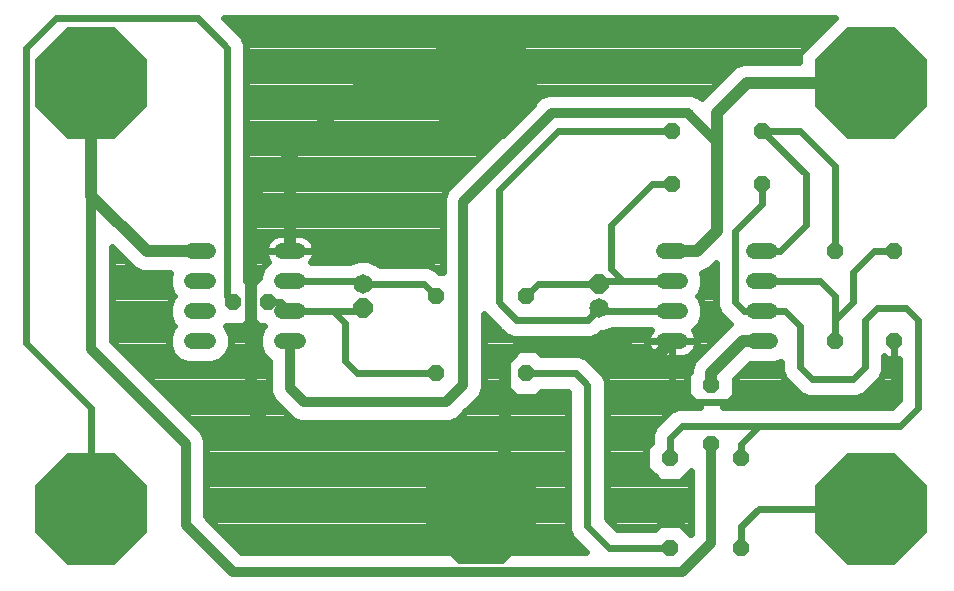
<source format=gbr>
G75*
%MOIN*%
%OFA0B0*%
%FSLAX25Y25*%
%IPPOS*%
%LPD*%
%AMOC8*
5,1,8,0,0,1.08239X$1,22.5*
%
%ADD10OC8,0.06496*%
%ADD11C,0.06496*%
%ADD12C,0.05200*%
%ADD13OC8,0.05600*%
%ADD14OC8,0.37402*%
%ADD15C,0.04000*%
%ADD16C,0.03200*%
%ADD17C,0.02400*%
%ADD18OC8,0.36614*%
D10*
X0124247Y0100562D03*
X0202987Y0108562D03*
D11*
X0202987Y0100562D03*
X0124247Y0108562D03*
D12*
X0102477Y0109562D02*
X0097277Y0109562D01*
X0097277Y0119562D02*
X0102477Y0119562D01*
X0102477Y0099562D02*
X0097277Y0099562D01*
X0097277Y0089562D02*
X0102477Y0089562D01*
X0072477Y0089562D02*
X0067277Y0089562D01*
X0067277Y0099562D02*
X0072477Y0099562D01*
X0072477Y0109562D02*
X0067277Y0109562D01*
X0067277Y0119562D02*
X0072477Y0119562D01*
X0224757Y0119562D02*
X0229957Y0119562D01*
X0229957Y0109562D02*
X0224757Y0109562D01*
X0224757Y0099562D02*
X0229957Y0099562D01*
X0229957Y0089562D02*
X0224757Y0089562D01*
X0254757Y0089562D02*
X0259957Y0089562D01*
X0259957Y0099562D02*
X0254757Y0099562D01*
X0254757Y0109562D02*
X0259957Y0109562D01*
X0259957Y0119562D02*
X0254757Y0119562D01*
D13*
X0281728Y0119562D03*
X0301413Y0119562D03*
X0257357Y0141964D03*
X0257357Y0159680D03*
X0227357Y0159680D03*
X0227357Y0141964D03*
X0178617Y0104562D03*
X0148617Y0104562D03*
X0148617Y0078972D03*
X0178617Y0078972D03*
X0226609Y0050665D03*
X0240389Y0055350D03*
X0250231Y0050665D03*
X0240389Y0075035D03*
X0281728Y0089562D03*
X0301413Y0089562D03*
X0250231Y0020665D03*
X0226609Y0020665D03*
X0092751Y0102594D03*
X0080940Y0102594D03*
D14*
X0033696Y0033696D03*
X0033696Y0175428D03*
X0163617Y0175428D03*
X0293539Y0175428D03*
X0293539Y0033696D03*
D15*
X0240389Y0075035D02*
X0240389Y0078972D01*
X0250980Y0089562D01*
X0257357Y0089562D01*
X0227357Y0089562D02*
X0222672Y0084877D01*
X0214798Y0084877D01*
X0210861Y0088814D01*
X0177397Y0088814D01*
X0171491Y0082909D01*
X0171491Y0053381D01*
X0165586Y0059287D01*
X0094720Y0059287D01*
X0086846Y0067161D01*
X0086846Y0138027D01*
X0098657Y0149838D01*
X0099877Y0148617D01*
X0099877Y0119562D01*
X0069877Y0119562D02*
X0052161Y0119562D01*
X0033696Y0138027D01*
X0033696Y0175428D01*
X0098657Y0149838D02*
X0124247Y0175428D01*
X0163617Y0175428D01*
X0242357Y0165586D02*
X0242357Y0155743D01*
X0242357Y0126216D01*
X0235704Y0119562D01*
X0227357Y0119562D01*
X0242357Y0165586D02*
X0252200Y0175428D01*
X0293539Y0175428D01*
X0171491Y0053381D02*
X0171491Y0041570D01*
X0163617Y0033696D01*
D16*
X0151806Y0069129D02*
X0157712Y0075035D01*
X0157712Y0136058D01*
X0187239Y0165586D01*
X0232515Y0165586D01*
X0242357Y0155743D01*
X0151806Y0069129D02*
X0104562Y0069129D01*
X0099877Y0073814D01*
X0099877Y0089562D01*
X0065192Y0055350D02*
X0033696Y0086846D01*
X0033696Y0138027D01*
X0065192Y0055350D02*
X0065192Y0028283D01*
X0080940Y0012535D01*
X0230546Y0012535D01*
X0240389Y0022377D01*
X0240389Y0055350D01*
D17*
X0250231Y0055350D02*
X0250231Y0050665D01*
X0250231Y0055350D02*
X0256137Y0061255D01*
X0230546Y0061255D01*
X0226609Y0057318D01*
X0226609Y0050665D01*
X0218609Y0051709D02*
X0205450Y0051709D01*
X0205450Y0054107D02*
X0218738Y0054107D01*
X0218609Y0053978D02*
X0220209Y0055578D01*
X0220209Y0058591D01*
X0221184Y0060943D01*
X0225121Y0064880D01*
X0226921Y0066681D01*
X0229273Y0067655D01*
X0236455Y0067655D01*
X0232389Y0071721D01*
X0232389Y0078348D01*
X0233189Y0079148D01*
X0233189Y0080404D01*
X0234285Y0083050D01*
X0246520Y0095285D01*
X0245869Y0095937D01*
X0242837Y0098968D01*
X0241863Y0101321D01*
X0241863Y0115539D01*
X0241808Y0115484D01*
X0239782Y0113458D01*
X0237225Y0112399D01*
X0237757Y0111114D01*
X0237757Y0108011D01*
X0236570Y0105144D01*
X0235988Y0104562D01*
X0236570Y0103981D01*
X0237757Y0101114D01*
X0237757Y0098011D01*
X0236570Y0095144D01*
X0234544Y0093117D01*
X0234918Y0092602D01*
X0235333Y0091789D01*
X0235615Y0090920D01*
X0235757Y0090019D01*
X0235757Y0089562D01*
X0235757Y0089106D01*
X0235615Y0088204D01*
X0235333Y0087336D01*
X0234918Y0086522D01*
X0234381Y0085784D01*
X0233736Y0085138D01*
X0232997Y0084602D01*
X0232184Y0084187D01*
X0231316Y0083905D01*
X0230414Y0083762D01*
X0227358Y0083762D01*
X0227358Y0089562D01*
X0235757Y0089562D01*
X0227358Y0089562D01*
X0227358Y0089562D01*
X0227357Y0089562D01*
X0227357Y0089562D01*
X0218957Y0089562D01*
X0218957Y0089106D01*
X0219100Y0088204D01*
X0219382Y0087336D01*
X0219797Y0086522D01*
X0220334Y0085784D01*
X0220979Y0085138D01*
X0221718Y0084602D01*
X0222531Y0084187D01*
X0223399Y0083905D01*
X0224301Y0083762D01*
X0227357Y0083762D01*
X0227357Y0089562D01*
X0218957Y0089562D01*
X0218957Y0090019D01*
X0219100Y0090920D01*
X0219382Y0091789D01*
X0219797Y0092602D01*
X0220171Y0093117D01*
X0220127Y0093162D01*
X0207198Y0093162D01*
X0204668Y0092114D01*
X0203590Y0092114D01*
X0202739Y0091263D01*
X0200386Y0090288D01*
X0174155Y0090288D01*
X0171803Y0091263D01*
X0170003Y0093063D01*
X0164512Y0098554D01*
X0164512Y0073682D01*
X0163477Y0071183D01*
X0161564Y0069270D01*
X0155658Y0063364D01*
X0153159Y0062329D01*
X0103210Y0062329D01*
X0100710Y0063364D01*
X0098797Y0065277D01*
X0094112Y0069962D01*
X0093077Y0072462D01*
X0093077Y0082859D01*
X0092859Y0082950D01*
X0090665Y0085144D01*
X0089477Y0088011D01*
X0089477Y0091114D01*
X0090665Y0093981D01*
X0091246Y0094562D01*
X0091215Y0094594D01*
X0089437Y0094594D01*
X0086846Y0097186D01*
X0084254Y0094594D01*
X0078540Y0094594D01*
X0078508Y0094562D01*
X0079090Y0093981D01*
X0080277Y0091114D01*
X0080277Y0088011D01*
X0079090Y0085144D01*
X0076896Y0082950D01*
X0074029Y0081762D01*
X0065726Y0081762D01*
X0062859Y0082950D01*
X0060665Y0085144D01*
X0059477Y0088011D01*
X0059477Y0091114D01*
X0060665Y0093981D01*
X0061246Y0094562D01*
X0060665Y0095144D01*
X0059477Y0098011D01*
X0059477Y0101114D01*
X0060665Y0103981D01*
X0061246Y0104562D01*
X0060665Y0105144D01*
X0059477Y0108011D01*
X0059477Y0111114D01*
X0059994Y0112362D01*
X0050728Y0112362D01*
X0048082Y0113458D01*
X0046057Y0115484D01*
X0040496Y0121044D01*
X0040496Y0089662D01*
X0070957Y0059201D01*
X0071992Y0056702D01*
X0071992Y0031099D01*
X0083757Y0019335D01*
X0198455Y0019335D01*
X0193625Y0024165D01*
X0192650Y0026518D01*
X0192650Y0072384D01*
X0192462Y0072572D01*
X0183531Y0072572D01*
X0181931Y0070972D01*
X0175304Y0070972D01*
X0170617Y0075658D01*
X0170617Y0082285D01*
X0175304Y0086972D01*
X0181931Y0086972D01*
X0183531Y0085372D01*
X0196386Y0085372D01*
X0198739Y0084397D01*
X0204476Y0078660D01*
X0205450Y0076308D01*
X0205450Y0030442D01*
X0208827Y0027065D01*
X0221696Y0027065D01*
X0223296Y0028665D01*
X0229923Y0028665D01*
X0233491Y0025096D01*
X0233589Y0025194D01*
X0233589Y0046330D01*
X0229923Y0042665D01*
X0223296Y0042665D01*
X0218609Y0047351D01*
X0218609Y0053978D01*
X0220209Y0056506D02*
X0205450Y0056506D01*
X0205450Y0058904D02*
X0220339Y0058904D01*
X0221543Y0061303D02*
X0205450Y0061303D01*
X0205450Y0063701D02*
X0223942Y0063701D01*
X0226340Y0066100D02*
X0205450Y0066100D01*
X0205450Y0068498D02*
X0235612Y0068498D01*
X0234483Y0069129D02*
X0227357Y0076255D01*
X0227357Y0089562D01*
X0227358Y0087686D02*
X0227357Y0087686D01*
X0227358Y0085288D02*
X0227357Y0085288D01*
X0220829Y0085288D02*
X0196589Y0085288D01*
X0200247Y0082889D02*
X0234219Y0082889D01*
X0233886Y0085288D02*
X0236523Y0085288D01*
X0235446Y0087686D02*
X0238921Y0087686D01*
X0241320Y0090085D02*
X0235747Y0090085D01*
X0234979Y0092483D02*
X0243718Y0092483D01*
X0246117Y0094882D02*
X0236308Y0094882D01*
X0237455Y0097280D02*
X0244525Y0097280D01*
X0242543Y0099679D02*
X0237757Y0099679D01*
X0237358Y0102077D02*
X0241863Y0102077D01*
X0241863Y0104476D02*
X0236075Y0104476D01*
X0237287Y0106874D02*
X0241863Y0106874D01*
X0241863Y0109273D02*
X0237757Y0109273D01*
X0237526Y0111672D02*
X0241863Y0111672D01*
X0241863Y0114070D02*
X0240394Y0114070D01*
X0227357Y0109562D02*
X0210861Y0109562D01*
X0206924Y0113499D01*
X0206924Y0128184D01*
X0220704Y0141964D01*
X0227357Y0141964D01*
X0248263Y0126216D02*
X0248263Y0102594D01*
X0251294Y0099562D01*
X0257357Y0099562D01*
X0265074Y0099562D01*
X0269917Y0094720D01*
X0269917Y0080940D01*
X0273854Y0077003D01*
X0287633Y0077003D01*
X0291570Y0080940D01*
X0291570Y0096688D01*
X0295507Y0100625D01*
X0305350Y0100625D01*
X0309287Y0096688D01*
X0309287Y0067161D01*
X0303381Y0061255D01*
X0258106Y0061255D01*
X0256137Y0061255D01*
X0248389Y0071721D02*
X0244323Y0067655D01*
X0300730Y0067655D01*
X0302887Y0069812D01*
X0302887Y0083562D01*
X0301413Y0083562D01*
X0301413Y0089562D01*
X0301413Y0089562D01*
X0301413Y0083562D01*
X0298927Y0083562D01*
X0297970Y0084519D01*
X0297970Y0079667D01*
X0296996Y0077315D01*
X0293059Y0073378D01*
X0291258Y0071577D01*
X0288906Y0070603D01*
X0272581Y0070603D01*
X0270228Y0071577D01*
X0266291Y0075514D01*
X0264491Y0077315D01*
X0263517Y0079667D01*
X0263517Y0082594D01*
X0261509Y0081762D01*
X0253362Y0081762D01*
X0248389Y0076789D01*
X0248389Y0071721D01*
X0247565Y0070897D02*
X0271872Y0070897D01*
X0268510Y0073295D02*
X0248389Y0073295D01*
X0248389Y0075694D02*
X0266112Y0075694D01*
X0264169Y0078092D02*
X0249692Y0078092D01*
X0252091Y0080491D02*
X0263517Y0080491D01*
X0245166Y0068498D02*
X0301573Y0068498D01*
X0302887Y0070897D02*
X0289615Y0070897D01*
X0292976Y0073295D02*
X0302887Y0073295D01*
X0301413Y0073066D02*
X0297476Y0069129D01*
X0234483Y0069129D01*
X0233213Y0070897D02*
X0205450Y0070897D01*
X0205450Y0073295D02*
X0232389Y0073295D01*
X0232389Y0075694D02*
X0205450Y0075694D01*
X0204711Y0078092D02*
X0232389Y0078092D01*
X0233225Y0080491D02*
X0202645Y0080491D01*
X0199050Y0075035D02*
X0195113Y0078972D01*
X0178617Y0078972D01*
X0172980Y0073295D02*
X0164352Y0073295D01*
X0164512Y0075694D02*
X0170617Y0075694D01*
X0170617Y0078092D02*
X0164512Y0078092D01*
X0164512Y0080491D02*
X0170617Y0080491D01*
X0171221Y0082889D02*
X0164512Y0082889D01*
X0164512Y0085288D02*
X0173620Y0085288D01*
X0170582Y0092483D02*
X0164512Y0092483D01*
X0164512Y0090085D02*
X0218968Y0090085D01*
X0219269Y0087686D02*
X0164512Y0087686D01*
X0164512Y0094882D02*
X0168184Y0094882D01*
X0165785Y0097280D02*
X0164512Y0097280D01*
X0169523Y0102594D02*
X0175428Y0096688D01*
X0199113Y0096688D01*
X0202987Y0100562D01*
X0203987Y0099562D01*
X0227357Y0099562D01*
X0219736Y0092483D02*
X0205559Y0092483D01*
X0202987Y0108562D02*
X0182617Y0108562D01*
X0178617Y0104562D01*
X0169523Y0102594D02*
X0169523Y0139995D01*
X0189208Y0159680D01*
X0227357Y0159680D01*
X0233868Y0172386D02*
X0236367Y0171351D01*
X0237153Y0170564D01*
X0238279Y0171690D01*
X0248122Y0181532D01*
X0250768Y0182628D01*
X0269638Y0182628D01*
X0269638Y0185328D01*
X0281597Y0197287D01*
X0077975Y0197287D01*
X0082597Y0192665D01*
X0084397Y0190865D01*
X0085372Y0188512D01*
X0085372Y0109476D01*
X0086846Y0108002D01*
X0089437Y0110594D01*
X0089477Y0110594D01*
X0089477Y0111114D01*
X0090665Y0113981D01*
X0092691Y0116007D01*
X0092317Y0116522D01*
X0091902Y0117336D01*
X0091620Y0118204D01*
X0091477Y0119106D01*
X0091477Y0119562D01*
X0099877Y0119562D01*
X0099877Y0119562D01*
X0091477Y0119562D01*
X0091477Y0120019D01*
X0091620Y0120920D01*
X0091902Y0121789D01*
X0092317Y0122602D01*
X0092853Y0123341D01*
X0093499Y0123986D01*
X0094237Y0124523D01*
X0095051Y0124937D01*
X0095919Y0125219D01*
X0096821Y0125362D01*
X0099877Y0125362D01*
X0099877Y0119562D01*
X0108277Y0119562D01*
X0108277Y0119106D01*
X0108134Y0118204D01*
X0107852Y0117336D01*
X0107438Y0116522D01*
X0107063Y0116007D01*
X0107108Y0115962D01*
X0120037Y0115962D01*
X0122567Y0117010D01*
X0125928Y0117010D01*
X0129033Y0115724D01*
X0129795Y0114962D01*
X0145890Y0114962D01*
X0148243Y0113988D01*
X0149668Y0112562D01*
X0150912Y0112562D01*
X0150912Y0137411D01*
X0151947Y0139910D01*
X0181475Y0169438D01*
X0183387Y0171351D01*
X0185887Y0172386D01*
X0233868Y0172386D01*
X0235682Y0171634D02*
X0238224Y0171634D01*
X0240622Y0174033D02*
X0085372Y0174033D01*
X0085372Y0176431D02*
X0243021Y0176431D01*
X0245419Y0178830D02*
X0085372Y0178830D01*
X0085372Y0181228D02*
X0247818Y0181228D01*
X0269638Y0183627D02*
X0085372Y0183627D01*
X0085372Y0186025D02*
X0270335Y0186025D01*
X0272733Y0188424D02*
X0085372Y0188424D01*
X0084415Y0190822D02*
X0275132Y0190822D01*
X0277530Y0193221D02*
X0082041Y0193221D01*
X0079643Y0195619D02*
X0279929Y0195619D01*
X0269917Y0159680D02*
X0281728Y0147869D01*
X0281728Y0119562D01*
X0287633Y0112436D02*
X0287633Y0102594D01*
X0281728Y0096688D01*
X0281728Y0089562D01*
X0281728Y0096688D02*
X0281728Y0104562D01*
X0276728Y0109562D01*
X0257357Y0109562D01*
X0257357Y0119562D02*
X0263263Y0119562D01*
X0271885Y0128184D01*
X0271885Y0145153D01*
X0257357Y0159680D01*
X0269917Y0159680D01*
X0257357Y0141964D02*
X0257357Y0135310D01*
X0248263Y0126216D01*
X0210861Y0109562D02*
X0203987Y0109562D01*
X0202987Y0108562D01*
X0151179Y0138055D02*
X0085372Y0138055D01*
X0085372Y0135657D02*
X0150912Y0135657D01*
X0150912Y0133258D02*
X0085372Y0133258D01*
X0085372Y0130860D02*
X0150912Y0130860D01*
X0150912Y0128461D02*
X0085372Y0128461D01*
X0085372Y0126063D02*
X0150912Y0126063D01*
X0150912Y0123664D02*
X0106578Y0123664D01*
X0106256Y0123986D02*
X0106901Y0123341D01*
X0107438Y0122602D01*
X0107852Y0121789D01*
X0108134Y0120920D01*
X0108277Y0120019D01*
X0108277Y0119562D01*
X0099877Y0119562D01*
X0099877Y0119562D01*
X0099877Y0119562D01*
X0099877Y0125362D01*
X0102934Y0125362D01*
X0103835Y0125219D01*
X0104704Y0124937D01*
X0105517Y0124523D01*
X0106256Y0123986D01*
X0108022Y0121266D02*
X0150912Y0121266D01*
X0150912Y0118867D02*
X0108239Y0118867D01*
X0107399Y0116469D02*
X0121259Y0116469D01*
X0127235Y0116469D02*
X0150912Y0116469D01*
X0150912Y0114070D02*
X0148044Y0114070D01*
X0144617Y0108562D02*
X0148617Y0104562D01*
X0144617Y0108562D02*
X0124247Y0108562D01*
X0123247Y0109562D01*
X0099877Y0109562D01*
X0096846Y0102594D02*
X0099877Y0099562D01*
X0114405Y0099562D01*
X0118342Y0095625D01*
X0118342Y0082909D01*
X0122279Y0078972D01*
X0148617Y0078972D01*
X0160792Y0068498D02*
X0192650Y0068498D01*
X0192650Y0066100D02*
X0158394Y0066100D01*
X0155995Y0063701D02*
X0192650Y0063701D01*
X0192650Y0061303D02*
X0068856Y0061303D01*
X0071080Y0058904D02*
X0192650Y0058904D01*
X0192650Y0056506D02*
X0071992Y0056506D01*
X0071992Y0054107D02*
X0192650Y0054107D01*
X0192650Y0051709D02*
X0071992Y0051709D01*
X0071992Y0049310D02*
X0192650Y0049310D01*
X0192650Y0046912D02*
X0071992Y0046912D01*
X0071992Y0044513D02*
X0192650Y0044513D01*
X0192650Y0042115D02*
X0071992Y0042115D01*
X0071992Y0039716D02*
X0192650Y0039716D01*
X0192650Y0037318D02*
X0071992Y0037318D01*
X0071992Y0034919D02*
X0192650Y0034919D01*
X0192650Y0032521D02*
X0071992Y0032521D01*
X0072969Y0030122D02*
X0192650Y0030122D01*
X0192650Y0027724D02*
X0075368Y0027724D01*
X0077766Y0025325D02*
X0193144Y0025325D01*
X0194863Y0022927D02*
X0080165Y0022927D01*
X0082563Y0020528D02*
X0197262Y0020528D01*
X0199050Y0027791D02*
X0206176Y0020665D01*
X0226609Y0020665D01*
X0233263Y0025325D02*
X0233589Y0025325D01*
X0233589Y0027724D02*
X0230864Y0027724D01*
X0233589Y0030122D02*
X0205770Y0030122D01*
X0205450Y0032521D02*
X0233589Y0032521D01*
X0233589Y0034919D02*
X0205450Y0034919D01*
X0205450Y0037318D02*
X0233589Y0037318D01*
X0233589Y0039716D02*
X0205450Y0039716D01*
X0205450Y0042115D02*
X0233589Y0042115D01*
X0233589Y0044513D02*
X0231772Y0044513D01*
X0221447Y0044513D02*
X0205450Y0044513D01*
X0205450Y0046912D02*
X0219049Y0046912D01*
X0218609Y0049310D02*
X0205450Y0049310D01*
X0208168Y0027724D02*
X0222355Y0027724D01*
X0199050Y0027791D02*
X0199050Y0075035D01*
X0192650Y0070897D02*
X0163191Y0070897D01*
X0124247Y0100562D02*
X0123247Y0099562D01*
X0114405Y0099562D01*
X0096846Y0102594D02*
X0092751Y0102594D01*
X0088117Y0109273D02*
X0085575Y0109273D01*
X0085372Y0111672D02*
X0089708Y0111672D01*
X0090754Y0114070D02*
X0085372Y0114070D01*
X0085372Y0116469D02*
X0092356Y0116469D01*
X0091515Y0118867D02*
X0085372Y0118867D01*
X0085372Y0121266D02*
X0091732Y0121266D01*
X0093177Y0123664D02*
X0085372Y0123664D01*
X0099877Y0123664D02*
X0099877Y0123664D01*
X0099877Y0121266D02*
X0099877Y0121266D01*
X0085372Y0140454D02*
X0152491Y0140454D01*
X0154889Y0142852D02*
X0085372Y0142852D01*
X0085372Y0145251D02*
X0157288Y0145251D01*
X0159686Y0147649D02*
X0085372Y0147649D01*
X0085372Y0150048D02*
X0162085Y0150048D01*
X0164483Y0152446D02*
X0085372Y0152446D01*
X0085372Y0154845D02*
X0166882Y0154845D01*
X0169280Y0157243D02*
X0085372Y0157243D01*
X0085372Y0159642D02*
X0171679Y0159642D01*
X0174077Y0162040D02*
X0085372Y0162040D01*
X0085372Y0164439D02*
X0176476Y0164439D01*
X0178874Y0166837D02*
X0085372Y0166837D01*
X0085372Y0169236D02*
X0181273Y0169236D01*
X0184072Y0171634D02*
X0085372Y0171634D01*
X0078972Y0187239D02*
X0078972Y0104562D01*
X0080940Y0102594D01*
X0084542Y0094882D02*
X0089149Y0094882D01*
X0090045Y0092483D02*
X0079710Y0092483D01*
X0080277Y0090085D02*
X0089477Y0090085D01*
X0089612Y0087686D02*
X0080143Y0087686D01*
X0079149Y0085288D02*
X0090605Y0085288D01*
X0093004Y0082889D02*
X0076750Y0082889D01*
X0063004Y0082889D02*
X0047269Y0082889D01*
X0049668Y0080491D02*
X0093077Y0080491D01*
X0093077Y0078092D02*
X0052066Y0078092D01*
X0054465Y0075694D02*
X0093077Y0075694D01*
X0093077Y0073295D02*
X0056863Y0073295D01*
X0059262Y0070897D02*
X0093725Y0070897D01*
X0095576Y0068498D02*
X0061660Y0068498D01*
X0064059Y0066100D02*
X0097975Y0066100D01*
X0100373Y0063701D02*
X0066457Y0063701D01*
X0060605Y0085288D02*
X0044870Y0085288D01*
X0042472Y0087686D02*
X0059612Y0087686D01*
X0059477Y0090085D02*
X0040496Y0090085D01*
X0040496Y0092483D02*
X0060045Y0092483D01*
X0060927Y0094882D02*
X0040496Y0094882D01*
X0040496Y0097280D02*
X0059780Y0097280D01*
X0059477Y0099679D02*
X0040496Y0099679D01*
X0040496Y0102077D02*
X0059876Y0102077D01*
X0061160Y0104476D02*
X0040496Y0104476D01*
X0040496Y0106874D02*
X0059948Y0106874D01*
X0059477Y0109273D02*
X0040496Y0109273D01*
X0040496Y0111672D02*
X0059708Y0111672D01*
X0047470Y0114070D02*
X0040496Y0114070D01*
X0040496Y0116469D02*
X0045072Y0116469D01*
X0042673Y0118867D02*
X0040496Y0118867D01*
X0012043Y0088814D02*
X0012043Y0187239D01*
X0021885Y0197082D01*
X0069129Y0197082D01*
X0078972Y0187239D01*
X0012043Y0088814D02*
X0033696Y0067161D01*
X0033696Y0033696D01*
X0250231Y0027791D02*
X0250231Y0020665D01*
X0250231Y0027791D02*
X0256137Y0033696D01*
X0293539Y0033696D01*
X0301413Y0073066D02*
X0301413Y0089562D01*
X0301413Y0087686D02*
X0301413Y0087686D01*
X0301413Y0085288D02*
X0301413Y0085288D01*
X0302887Y0082889D02*
X0297970Y0082889D01*
X0297970Y0080491D02*
X0302887Y0080491D01*
X0302887Y0078092D02*
X0297318Y0078092D01*
X0295375Y0075694D02*
X0302887Y0075694D01*
X0287633Y0112436D02*
X0294759Y0119562D01*
X0301413Y0119562D01*
D18*
X0163617Y0033696D03*
M02*

</source>
